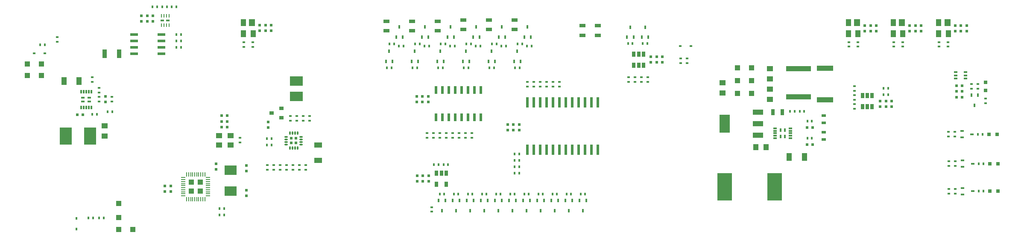
<source format=gtp>
G04 #@! TF.FileFunction,Paste,Top*
%FSLAX46Y46*%
G04 Gerber Fmt 4.6, Leading zero omitted, Abs format (unit mm)*
G04 Created by KiCad (PCBNEW 4.0.5) date Sunday, September 10, 2017 'PMt' 08:36:45 PM*
%MOMM*%
%LPD*%
G01*
G04 APERTURE LIST*
%ADD10C,0.100000*%
%ADD11R,0.500000X0.600000*%
%ADD12R,0.600000X0.500000*%
%ADD13R,1.000000X1.600000*%
%ADD14R,1.250000X1.000000*%
%ADD15R,5.000000X1.000000*%
%ADD16R,1.000000X1.250000*%
%ADD17R,2.500000X1.950000*%
%ADD18R,1.600000X1.000000*%
%ADD19R,1.100000X1.100000*%
%ADD20R,0.600000X0.450000*%
%ADD21R,0.800000X0.800000*%
%ADD22R,0.450000X0.600000*%
%ADD23R,0.900000X1.700000*%
%ADD24R,2.413000X3.429000*%
%ADD25R,2.900000X5.400000*%
%ADD26R,0.600000X0.400000*%
%ADD27R,1.550000X0.600000*%
%ADD28R,2.032000X3.657600*%
%ADD29R,2.032000X1.016000*%
%ADD30R,0.900000X0.800000*%
%ADD31R,0.450000X0.700000*%
%ADD32R,0.700000X0.450000*%
%ADD33R,0.400000X0.600000*%
%ADD34R,3.200000X1.000000*%
%ADD35R,0.700000X1.300000*%
%ADD36R,0.900000X0.500000*%
%ADD37R,1.300000X0.700000*%
%ADD38R,0.250000X0.700000*%
%ADD39R,0.660000X0.366000*%
%ADD40R,0.300000X0.650000*%
%ADD41R,0.744000X0.465000*%
%ADD42R,0.650000X0.300000*%
%ADD43R,0.465000X0.744000*%
%ADD44R,0.650000X1.060000*%
%ADD45O,0.850000X0.200000*%
%ADD46O,0.200000X0.850000*%
%ADD47R,1.080000X1.080000*%
%ADD48R,0.600000X2.000000*%
%ADD49O,0.300000X0.750000*%
%ADD50O,0.750000X0.300000*%
%ADD51R,0.540000X0.540000*%
%ADD52R,0.600000X1.500000*%
%ADD53R,1.200000X1.400000*%
%ADD54R,1.000000X1.400000*%
%ADD55R,0.650000X0.400000*%
%ADD56R,1.300000X1.100000*%
%ADD57R,2.400000X1.900000*%
G04 APERTURE END LIST*
D10*
D11*
X67224000Y-68044000D03*
X67224000Y-69144000D03*
X66081000Y-68044000D03*
X66081000Y-69144000D03*
X64938000Y-68044000D03*
X64938000Y-69144000D03*
D12*
X53287000Y-87715000D03*
X52187000Y-87715000D03*
D13*
X52586000Y-80984000D03*
X49586000Y-80984000D03*
D14*
X57658000Y-91932000D03*
X57658000Y-89932000D03*
D11*
X57785000Y-85132000D03*
X57785000Y-84032000D03*
D14*
X180149500Y-81381000D03*
X180149500Y-83381000D03*
X189547500Y-78565500D03*
X189547500Y-80565500D03*
D15*
X195231000Y-78565000D03*
X195231000Y-84165000D03*
D14*
X189547500Y-82629500D03*
X189547500Y-84629500D03*
D13*
X193381500Y-96075500D03*
X196381500Y-96075500D03*
D12*
X196871500Y-90233500D03*
X197971500Y-90233500D03*
D16*
X188769500Y-94170500D03*
X186769500Y-94170500D03*
D12*
X197971500Y-93662500D03*
X196871500Y-93662500D03*
D11*
X211391500Y-86084500D03*
X211391500Y-84984500D03*
X212534500Y-86084500D03*
X212534500Y-84984500D03*
X213677500Y-86084500D03*
X213677500Y-84984500D03*
X70739000Y-102912000D03*
X70739000Y-101812000D03*
X79756000Y-98552000D03*
X79756000Y-97452000D03*
X69596000Y-102912000D03*
X69596000Y-101812000D03*
X85725000Y-98848000D03*
X85725000Y-97748000D03*
X85725000Y-102701000D03*
X85725000Y-103801000D03*
X137541000Y-89620000D03*
X137541000Y-90720000D03*
X138684000Y-89620000D03*
X138684000Y-90720000D03*
X139827000Y-89620000D03*
X139827000Y-90720000D03*
D17*
X95631000Y-84075000D03*
X95631000Y-81025000D03*
D11*
X90043000Y-89112000D03*
X90043000Y-90212000D03*
D18*
X99949000Y-93750000D03*
X99949000Y-96750000D03*
D11*
X119507000Y-84032000D03*
X119507000Y-85132000D03*
X120650000Y-84032000D03*
X120650000Y-85132000D03*
X121793000Y-84032000D03*
X121793000Y-85132000D03*
X121856500Y-100943500D03*
X121856500Y-99843500D03*
X120713500Y-100943500D03*
X120713500Y-99843500D03*
X119570500Y-100943500D03*
X119570500Y-99843500D03*
X165925500Y-76221500D03*
X165925500Y-77321500D03*
X167068500Y-76221500D03*
X167068500Y-77321500D03*
X168211500Y-76221500D03*
X168211500Y-77321500D03*
X88392000Y-71035000D03*
X88392000Y-69935000D03*
X89535000Y-71035000D03*
X89535000Y-69935000D03*
X90678000Y-71035000D03*
X90678000Y-69935000D03*
D12*
X227626000Y-81915000D03*
X226526000Y-81915000D03*
X227626000Y-83058000D03*
X226526000Y-83058000D03*
X227626000Y-84201000D03*
X226526000Y-84201000D03*
D11*
X228536500Y-71098500D03*
X228536500Y-69998500D03*
X227393500Y-71098500D03*
X227393500Y-69998500D03*
X226250500Y-71098500D03*
X226250500Y-69998500D03*
X217233500Y-71098500D03*
X217233500Y-69998500D03*
X218376500Y-71098500D03*
X218376500Y-69998500D03*
X219519500Y-71098500D03*
X219519500Y-69998500D03*
X210629500Y-71098500D03*
X210629500Y-69998500D03*
X209486500Y-71098500D03*
X209486500Y-69998500D03*
X208343500Y-71098500D03*
X208343500Y-69998500D03*
D12*
X81957000Y-90170000D03*
X80857000Y-90170000D03*
X81957000Y-89027000D03*
X80857000Y-89027000D03*
X81957000Y-87884000D03*
X80857000Y-87884000D03*
D19*
X42274000Y-79924000D03*
X45074000Y-79924000D03*
X45074000Y-77638000D03*
X42274000Y-77638000D03*
D20*
X43640000Y-75479000D03*
X45740000Y-75479000D03*
D19*
X185867500Y-78422500D03*
X183067500Y-78422500D03*
X183067500Y-80962500D03*
X185867500Y-80962500D03*
X185867500Y-83502500D03*
X183067500Y-83502500D03*
D21*
X232283000Y-81242000D03*
X232283000Y-82842000D03*
X234607000Y-91567000D03*
X233007000Y-91567000D03*
X234734000Y-97409000D03*
X233134000Y-97409000D03*
D19*
X60452000Y-105280000D03*
X60452000Y-108080000D03*
X60449000Y-110490000D03*
X63249000Y-110490000D03*
D22*
X52070000Y-108297000D03*
X52070000Y-110397000D03*
D21*
X234734000Y-102870000D03*
X233134000Y-102870000D03*
D20*
X173897000Y-74041000D03*
X171797000Y-74041000D03*
D23*
X57605000Y-75565000D03*
X60505000Y-75565000D03*
D24*
X49911000Y-91948000D03*
X54737000Y-91948000D03*
D25*
X190433500Y-102044500D03*
X180533500Y-102044500D03*
D26*
X84455000Y-92260000D03*
X84455000Y-93160000D03*
D27*
X68867000Y-75565000D03*
X68867000Y-74295000D03*
X68867000Y-73025000D03*
X68867000Y-71755000D03*
X63467000Y-71755000D03*
X63467000Y-73025000D03*
X63467000Y-74295000D03*
X63467000Y-75565000D03*
D28*
X180530500Y-89471500D03*
D29*
X187134500Y-89471500D03*
X187134500Y-87185500D03*
X187134500Y-91757500D03*
D30*
X92694000Y-88326000D03*
X92694000Y-86426000D03*
X90694000Y-87376000D03*
D31*
X153113500Y-104727500D03*
X151813500Y-104727500D03*
X152463500Y-106727500D03*
X150319500Y-104727500D03*
X149019500Y-104727500D03*
X149669500Y-106727500D03*
X125173500Y-104727500D03*
X123873500Y-104727500D03*
X124523500Y-106727500D03*
X147525500Y-104727500D03*
X146225500Y-104727500D03*
X146875500Y-106727500D03*
X144731500Y-104727500D03*
X143431500Y-104727500D03*
X144081500Y-106727500D03*
X141937500Y-104727500D03*
X140637500Y-104727500D03*
X141287500Y-106727500D03*
X139143500Y-104727500D03*
X137843500Y-104727500D03*
X138493500Y-106727500D03*
X136349500Y-104727500D03*
X135049500Y-104727500D03*
X135699500Y-106727500D03*
X133555500Y-104727500D03*
X132255500Y-104727500D03*
X132905500Y-106727500D03*
X130761500Y-104727500D03*
X129461500Y-104727500D03*
X130111500Y-106727500D03*
X127967500Y-104727500D03*
X126667500Y-104727500D03*
X127317500Y-106727500D03*
X115428000Y-72247000D03*
X116728000Y-72247000D03*
X116078000Y-70247000D03*
X120508000Y-72247000D03*
X121808000Y-72247000D03*
X121158000Y-70247000D03*
X113396000Y-77073000D03*
X114696000Y-77073000D03*
X114046000Y-75073000D03*
X118476000Y-77073000D03*
X119776000Y-77073000D03*
X119126000Y-75073000D03*
X125588000Y-72247000D03*
X126888000Y-72247000D03*
X126238000Y-70247000D03*
X130668000Y-72247000D03*
X131968000Y-72247000D03*
X131318000Y-70247000D03*
X123556000Y-77073000D03*
X124856000Y-77073000D03*
X124206000Y-75073000D03*
X128636000Y-77073000D03*
X129936000Y-77073000D03*
X129286000Y-75073000D03*
X135748000Y-72247000D03*
X137048000Y-72247000D03*
X136398000Y-70247000D03*
X140828000Y-72247000D03*
X142128000Y-72247000D03*
X141478000Y-70247000D03*
X133716000Y-77073000D03*
X135016000Y-77073000D03*
X134366000Y-75073000D03*
X138796000Y-77073000D03*
X140096000Y-77073000D03*
X139446000Y-75073000D03*
X161211500Y-72310500D03*
X162511500Y-72310500D03*
X161861500Y-70310500D03*
X164132500Y-72310500D03*
X165432500Y-72310500D03*
X164782500Y-70310500D03*
X230774000Y-83836000D03*
X229474000Y-83836000D03*
X230124000Y-85836000D03*
D32*
X227600000Y-90917000D03*
X227600000Y-92217000D03*
X229600000Y-91567000D03*
X227727000Y-96759000D03*
X227727000Y-98059000D03*
X229727000Y-97409000D03*
X227727000Y-102220000D03*
X227727000Y-103520000D03*
X229727000Y-102870000D03*
D33*
X72754000Y-71769000D03*
X71854000Y-71769000D03*
X71854000Y-74309000D03*
X72754000Y-74309000D03*
X67155000Y-66308000D03*
X68055000Y-66308000D03*
X71854000Y-73039000D03*
X72754000Y-73039000D03*
X69060000Y-66308000D03*
X69960000Y-66308000D03*
X70965000Y-66308000D03*
X71865000Y-66308000D03*
X44875000Y-73828000D03*
X45775000Y-73828000D03*
D26*
X48260000Y-72321000D03*
X48260000Y-73221000D03*
X59055000Y-84132000D03*
X59055000Y-85032000D03*
D33*
X59124000Y-87122000D03*
X58224000Y-87122000D03*
D26*
X56515000Y-85032000D03*
X56515000Y-84132000D03*
X55150000Y-80280000D03*
X55150000Y-81180000D03*
X56515000Y-83254000D03*
X56515000Y-82354000D03*
D33*
X55176000Y-87630000D03*
X56076000Y-87630000D03*
D34*
X200469500Y-78497500D03*
X200469500Y-84697500D03*
D33*
X196347500Y-87058500D03*
X195447500Y-87058500D03*
X194442500Y-87058500D03*
X193542500Y-87058500D03*
D35*
X190121500Y-87185500D03*
X192021500Y-87185500D03*
D36*
X200215500Y-87832500D03*
X200215500Y-89332500D03*
D33*
X196971500Y-88963500D03*
X197871500Y-88963500D03*
D36*
X200215500Y-91134500D03*
X200215500Y-92634500D03*
D33*
X196971500Y-92392500D03*
X197871500Y-92392500D03*
X212984500Y-83756500D03*
X212084500Y-83756500D03*
D26*
X206311500Y-82036500D03*
X206311500Y-82936500D03*
X206311500Y-83814500D03*
X206311500Y-84714500D03*
X206311500Y-85592500D03*
X206311500Y-86492500D03*
D33*
X212084500Y-82486500D03*
X212984500Y-82486500D03*
X80449000Y-106299000D03*
X81349000Y-106299000D03*
X80449000Y-107569000D03*
X81349000Y-107569000D03*
D26*
X141478000Y-81211000D03*
X141478000Y-82111000D03*
X142748000Y-82111000D03*
X142748000Y-81211000D03*
D33*
X139835200Y-96750800D03*
X138935200Y-96750800D03*
X139835200Y-99290800D03*
X138935200Y-99290800D03*
D26*
X147828000Y-82111000D03*
X147828000Y-81211000D03*
X145288000Y-82111000D03*
X145288000Y-81211000D03*
X144018000Y-82111000D03*
X144018000Y-81211000D03*
X146558000Y-82111000D03*
X146558000Y-81211000D03*
D33*
X139835200Y-98020800D03*
X138935200Y-98020800D03*
X139835200Y-95480800D03*
X138935200Y-95480800D03*
D26*
X95758000Y-87942000D03*
X95758000Y-88842000D03*
D33*
X89847000Y-92456000D03*
X90747000Y-92456000D03*
D26*
X94488000Y-88842000D03*
X94488000Y-87942000D03*
D33*
X90747000Y-93726000D03*
X89847000Y-93726000D03*
D26*
X91186000Y-98621000D03*
X91186000Y-97721000D03*
X97028000Y-87942000D03*
X97028000Y-88842000D03*
X97536000Y-98621000D03*
X97536000Y-97721000D03*
X98298000Y-88842000D03*
X98298000Y-87942000D03*
X94996000Y-98621000D03*
X94996000Y-97721000D03*
X96266000Y-97721000D03*
X96266000Y-98621000D03*
X93726000Y-97721000D03*
X93726000Y-98621000D03*
X89916000Y-97721000D03*
X89916000Y-98621000D03*
X92456000Y-97721000D03*
X92456000Y-98621000D03*
X129159000Y-92271000D03*
X129159000Y-91371000D03*
X122809000Y-91371000D03*
X122809000Y-92271000D03*
X125349000Y-91371000D03*
X125349000Y-92271000D03*
X127889000Y-91371000D03*
X127889000Y-92271000D03*
X130429000Y-91371000D03*
X130429000Y-92271000D03*
X126619000Y-91371000D03*
X126619000Y-92271000D03*
X124079000Y-91371000D03*
X124079000Y-92271000D03*
X121539000Y-91371000D03*
X121539000Y-92271000D03*
D33*
X152013500Y-103441500D03*
X152913500Y-103441500D03*
X149219500Y-103441500D03*
X150119500Y-103441500D03*
D26*
X122491500Y-106939500D03*
X122491500Y-106039500D03*
D33*
X124835500Y-97599500D03*
X125735500Y-97599500D03*
X124073500Y-103441500D03*
X124973500Y-103441500D03*
X146425500Y-103441500D03*
X147325500Y-103441500D03*
X143631500Y-103441500D03*
X144531500Y-103441500D03*
X123830500Y-97599500D03*
X122930500Y-97599500D03*
X140837500Y-103441500D03*
X141737500Y-103441500D03*
X138043500Y-103441500D03*
X138943500Y-103441500D03*
X135249500Y-103441500D03*
X136149500Y-103441500D03*
X132455500Y-103441500D03*
X133355500Y-103441500D03*
X129661500Y-103441500D03*
X130561500Y-103441500D03*
X126867500Y-103441500D03*
X127767500Y-103441500D03*
X116009000Y-74041000D03*
X116909000Y-74041000D03*
X121089000Y-74041000D03*
X121989000Y-74041000D03*
X114104000Y-73660000D03*
X115004000Y-73660000D03*
X119184000Y-73660000D03*
X120084000Y-73660000D03*
X114496000Y-78359000D03*
X113596000Y-78359000D03*
X119576000Y-78359000D03*
X118676000Y-78359000D03*
D37*
X113538000Y-69154000D03*
X113538000Y-71054000D03*
X118618000Y-69154000D03*
X118618000Y-71054000D03*
D33*
X126169000Y-74041000D03*
X127069000Y-74041000D03*
X131249000Y-74041000D03*
X132149000Y-74041000D03*
X124264000Y-73660000D03*
X125164000Y-73660000D03*
X129344000Y-73660000D03*
X130244000Y-73660000D03*
X124656000Y-78359000D03*
X123756000Y-78359000D03*
X129736000Y-78359000D03*
X128836000Y-78359000D03*
D37*
X123698000Y-69154000D03*
X123698000Y-71054000D03*
X128778000Y-68900000D03*
X128778000Y-70800000D03*
D33*
X136329000Y-74041000D03*
X137229000Y-74041000D03*
X141409000Y-74041000D03*
X142309000Y-74041000D03*
X134424000Y-73660000D03*
X135324000Y-73660000D03*
X139504000Y-73660000D03*
X140404000Y-73660000D03*
X134816000Y-78359000D03*
X133916000Y-78359000D03*
X139896000Y-78359000D03*
X138996000Y-78359000D03*
D37*
X133858000Y-68900000D03*
X133858000Y-70800000D03*
X138938000Y-68900000D03*
X138938000Y-70800000D03*
D26*
X161480500Y-80258500D03*
X161480500Y-81158500D03*
D33*
X162311500Y-73596500D03*
X161411500Y-73596500D03*
D26*
X162750500Y-80258500D03*
X162750500Y-81158500D03*
X165290500Y-80258500D03*
X165290500Y-81158500D03*
D33*
X165232500Y-73596500D03*
X164332500Y-73596500D03*
D26*
X164020500Y-80258500D03*
X164020500Y-81158500D03*
X86995000Y-73337000D03*
X86995000Y-74237000D03*
X85217000Y-73337000D03*
X85217000Y-74237000D03*
X232283000Y-84513000D03*
X232283000Y-85413000D03*
X229489000Y-81592000D03*
X229489000Y-82492000D03*
X230759000Y-82492000D03*
X230759000Y-81592000D03*
D33*
X54414000Y-108204000D03*
X55314000Y-108204000D03*
X56573000Y-108204000D03*
X57473000Y-108204000D03*
X231717000Y-91567000D03*
X230817000Y-91567000D03*
X231844000Y-97409000D03*
X230944000Y-97409000D03*
D26*
X224917000Y-92017000D03*
X224917000Y-91117000D03*
X225044000Y-97859000D03*
X225044000Y-96959000D03*
X226187000Y-91117000D03*
X226187000Y-92017000D03*
X226314000Y-96959000D03*
X226314000Y-97859000D03*
D33*
X231844000Y-102870000D03*
X230944000Y-102870000D03*
D26*
X225044000Y-103320000D03*
X225044000Y-102420000D03*
X226314000Y-102420000D03*
X226314000Y-103320000D03*
X224853500Y-73273500D03*
X224853500Y-74173500D03*
X223075500Y-73273500D03*
X223075500Y-74173500D03*
X215836500Y-73273500D03*
X215836500Y-74173500D03*
X214058500Y-73273500D03*
X214058500Y-74173500D03*
X206946500Y-73273500D03*
X206946500Y-74173500D03*
X205168500Y-73273500D03*
X205168500Y-74173500D03*
X173101000Y-77412000D03*
X173101000Y-76512000D03*
D37*
X155448000Y-71943000D03*
X155448000Y-70043000D03*
X152400000Y-71943000D03*
X152400000Y-70043000D03*
D26*
X171831000Y-77412000D03*
X171831000Y-76512000D03*
D38*
X70387000Y-68050000D03*
X69887000Y-68050000D03*
X69387000Y-68050000D03*
X68887000Y-68050000D03*
X68887000Y-69900000D03*
X69387000Y-69900000D03*
X69887000Y-69900000D03*
X70387000Y-69900000D03*
D39*
X69087000Y-68975000D03*
X70187000Y-68975000D03*
D40*
X54975000Y-83159000D03*
X54475000Y-83159000D03*
X53975000Y-83159000D03*
X53475000Y-83159000D03*
X52975000Y-83159000D03*
X52975000Y-86259000D03*
X53475000Y-86259000D03*
X53975000Y-86259000D03*
X54475000Y-86259000D03*
X54975000Y-86259000D03*
D41*
X53355000Y-85096500D03*
X54595000Y-85096500D03*
X53355000Y-84321500D03*
X54595000Y-84321500D03*
D42*
X193637500Y-92376500D03*
X193637500Y-91876500D03*
X193637500Y-91376500D03*
X193637500Y-90876500D03*
X193637500Y-90376500D03*
X190537500Y-90376500D03*
X190537500Y-90876500D03*
X190537500Y-91376500D03*
X190537500Y-91876500D03*
X190537500Y-92376500D03*
D43*
X191700000Y-90756500D03*
X191700000Y-91996500D03*
X192475000Y-90756500D03*
X192475000Y-91996500D03*
D44*
X209801500Y-83926500D03*
X208851500Y-83926500D03*
X207901500Y-83926500D03*
X207901500Y-86126500D03*
X209801500Y-86126500D03*
X208851500Y-86126500D03*
D45*
X73242000Y-100181000D03*
X73242000Y-100581000D03*
X73242000Y-100981000D03*
X73242000Y-101381000D03*
X73242000Y-101781000D03*
X73242000Y-102181000D03*
X73242000Y-102581000D03*
X73242000Y-102981000D03*
X73242000Y-103381000D03*
X73242000Y-103781000D03*
D46*
X73892000Y-104431000D03*
X74292000Y-104431000D03*
X74692000Y-104431000D03*
X75092000Y-104431000D03*
X75492000Y-104431000D03*
X75892000Y-104431000D03*
X76292000Y-104431000D03*
X76692000Y-104431000D03*
X77092000Y-104431000D03*
X77492000Y-104431000D03*
D45*
X78142000Y-103781000D03*
X78142000Y-103381000D03*
X78142000Y-102981000D03*
X78142000Y-102581000D03*
X78142000Y-102181000D03*
X78142000Y-101781000D03*
X78142000Y-101381000D03*
X78142000Y-100981000D03*
X78142000Y-100581000D03*
X78142000Y-100181000D03*
D46*
X77492000Y-99531000D03*
X77092000Y-99531000D03*
X76692000Y-99531000D03*
X76292000Y-99531000D03*
X75892000Y-99531000D03*
X75492000Y-99531000D03*
X75092000Y-99531000D03*
X74692000Y-99531000D03*
X74292000Y-99531000D03*
X73892000Y-99531000D03*
D47*
X76592000Y-102881000D03*
X76592000Y-101081000D03*
X74792000Y-102881000D03*
X74792000Y-101081000D03*
D48*
X141478000Y-94616000D03*
X142748000Y-94616000D03*
X144018000Y-94616000D03*
X145288000Y-94616000D03*
X146558000Y-94616000D03*
X147828000Y-94616000D03*
X149098000Y-94616000D03*
X150368000Y-94616000D03*
X151638000Y-94616000D03*
X152908000Y-94616000D03*
X154178000Y-94616000D03*
X155448000Y-94616000D03*
X155448000Y-85216000D03*
X154178000Y-85216000D03*
X152908000Y-85216000D03*
X151638000Y-85216000D03*
X150368000Y-85216000D03*
X149098000Y-85216000D03*
X147828000Y-85216000D03*
X146558000Y-85216000D03*
X145288000Y-85216000D03*
X144018000Y-85216000D03*
X142748000Y-85216000D03*
X141478000Y-85216000D03*
D49*
X95873000Y-91362000D03*
X95373000Y-91362000D03*
X94873000Y-91362000D03*
X94373000Y-91362000D03*
D50*
X93648000Y-92087000D03*
X93648000Y-92587000D03*
X93648000Y-93087000D03*
X93648000Y-93587000D03*
D49*
X94373000Y-94312000D03*
X94873000Y-94312000D03*
X95373000Y-94312000D03*
X95873000Y-94312000D03*
D50*
X96598000Y-93587000D03*
X96598000Y-93087000D03*
X96598000Y-92587000D03*
X96598000Y-92087000D03*
D51*
X94673000Y-93287000D03*
X95573000Y-93287000D03*
X94673000Y-92387000D03*
X95573000Y-92387000D03*
D52*
X123317000Y-88171000D03*
X124587000Y-88171000D03*
X125857000Y-88171000D03*
X127127000Y-88171000D03*
X128397000Y-88171000D03*
X129667000Y-88171000D03*
X130937000Y-88171000D03*
X132207000Y-88171000D03*
X132207000Y-82771000D03*
X130937000Y-82771000D03*
X129667000Y-82771000D03*
X128397000Y-82771000D03*
X127127000Y-82771000D03*
X125857000Y-82771000D03*
X124587000Y-82771000D03*
X123317000Y-82771000D03*
D44*
X125346500Y-99293500D03*
X124396500Y-99293500D03*
X123446500Y-99293500D03*
X123446500Y-101493500D03*
X125346500Y-101493500D03*
X162562500Y-77871500D03*
X163512500Y-77871500D03*
X164462500Y-77871500D03*
X164462500Y-75671500D03*
X162562500Y-75671500D03*
X163512500Y-75671500D03*
D53*
X86876000Y-69385000D03*
D54*
X85156000Y-69385000D03*
X85156000Y-71585000D03*
X87056000Y-71585000D03*
D55*
X226380000Y-79233000D03*
X226380000Y-80533000D03*
X228280000Y-79883000D03*
X226380000Y-79883000D03*
X228280000Y-80533000D03*
X228280000Y-79233000D03*
D53*
X224734500Y-69448500D03*
D54*
X223014500Y-69448500D03*
X223014500Y-71648500D03*
X224914500Y-71648500D03*
D53*
X215717500Y-69448500D03*
D54*
X213997500Y-69448500D03*
X213997500Y-71648500D03*
X215897500Y-71648500D03*
D53*
X206827500Y-69448500D03*
D54*
X205107500Y-69448500D03*
X205107500Y-71648500D03*
X207007500Y-71648500D03*
D56*
X82627429Y-91828200D03*
X80327429Y-91828200D03*
X80327429Y-93728200D03*
X82627429Y-93728200D03*
D57*
X82575400Y-98737200D03*
X82575400Y-102837200D03*
M02*

</source>
